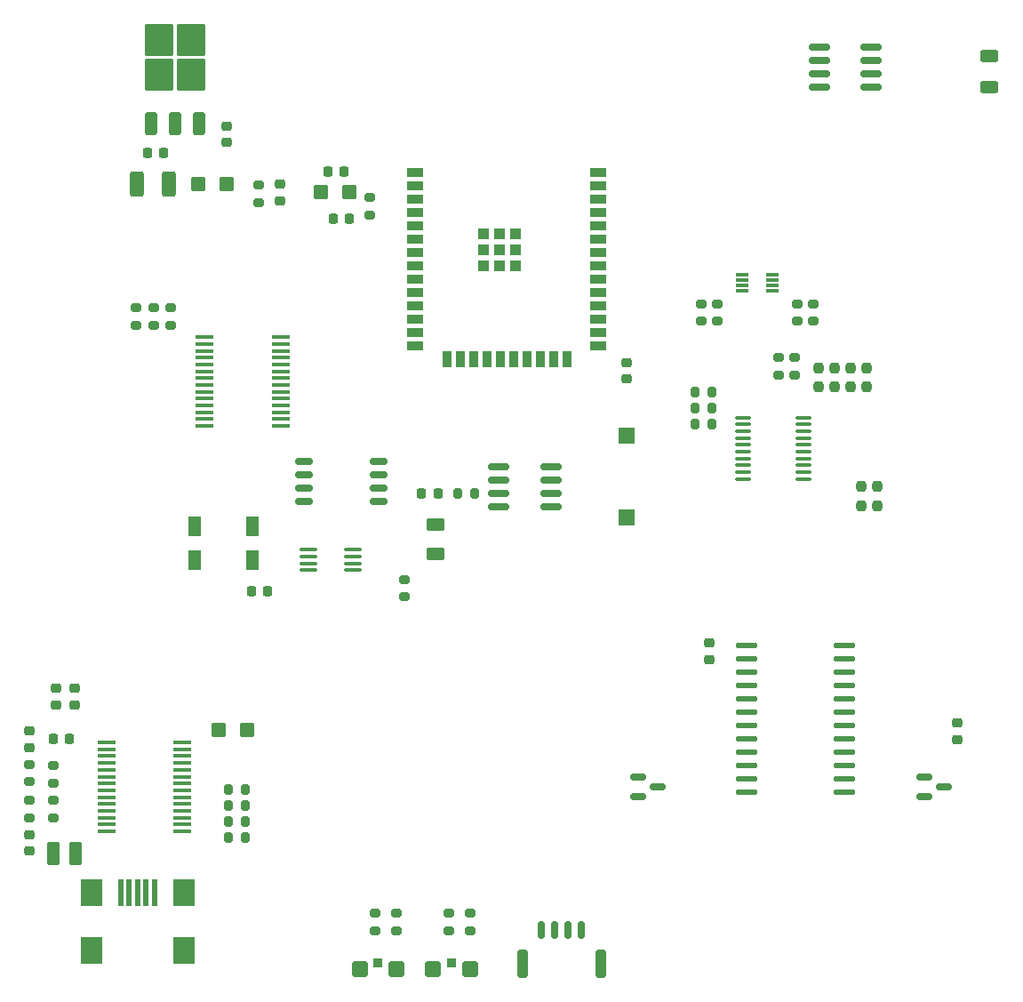
<source format=gtp>
%TF.GenerationSoftware,KiCad,Pcbnew,9.0.5-9.0.5~ubuntu25.04.1*%
%TF.CreationDate,2025-10-12T20:46:25+02:00*%
%TF.ProjectId,CPU,4350552e-6b69-4636-9164-5f7063625858,rev?*%
%TF.SameCoordinates,Original*%
%TF.FileFunction,Paste,Top*%
%TF.FilePolarity,Positive*%
%FSLAX46Y46*%
G04 Gerber Fmt 4.6, Leading zero omitted, Abs format (unit mm)*
G04 Created by KiCad (PCBNEW 9.0.5-9.0.5~ubuntu25.04.1) date 2025-10-12 20:46:25*
%MOMM*%
%LPD*%
G01*
G04 APERTURE LIST*
G04 Aperture macros list*
%AMRoundRect*
0 Rectangle with rounded corners*
0 $1 Rounding radius*
0 $2 $3 $4 $5 $6 $7 $8 $9 X,Y pos of 4 corners*
0 Add a 4 corners polygon primitive as box body*
4,1,4,$2,$3,$4,$5,$6,$7,$8,$9,$2,$3,0*
0 Add four circle primitives for the rounded corners*
1,1,$1+$1,$2,$3*
1,1,$1+$1,$4,$5*
1,1,$1+$1,$6,$7*
1,1,$1+$1,$8,$9*
0 Add four rect primitives between the rounded corners*
20,1,$1+$1,$2,$3,$4,$5,0*
20,1,$1+$1,$4,$5,$6,$7,0*
20,1,$1+$1,$6,$7,$8,$9,0*
20,1,$1+$1,$8,$9,$2,$3,0*%
G04 Aperture macros list end*
%ADD10RoundRect,0.225000X0.250000X-0.225000X0.250000X0.225000X-0.250000X0.225000X-0.250000X-0.225000X0*%
%ADD11R,1.300000X1.900000*%
%ADD12RoundRect,0.200000X0.275000X-0.200000X0.275000X0.200000X-0.275000X0.200000X-0.275000X-0.200000X0*%
%ADD13RoundRect,0.250000X0.457500X0.445000X-0.457500X0.445000X-0.457500X-0.445000X0.457500X-0.445000X0*%
%ADD14RoundRect,0.250000X0.500000X0.500000X-0.500000X0.500000X-0.500000X-0.500000X0.500000X-0.500000X0*%
%ADD15RoundRect,0.225000X0.225000X0.225000X-0.225000X0.225000X-0.225000X-0.225000X0.225000X-0.225000X0*%
%ADD16RoundRect,0.250000X0.625000X-0.375000X0.625000X0.375000X-0.625000X0.375000X-0.625000X-0.375000X0*%
%ADD17RoundRect,0.100000X-0.637500X-0.100000X0.637500X-0.100000X0.637500X0.100000X-0.637500X0.100000X0*%
%ADD18RoundRect,0.225000X-0.250000X0.225000X-0.250000X-0.225000X0.250000X-0.225000X0.250000X0.225000X0*%
%ADD19R,1.500000X0.900000*%
%ADD20R,0.900000X1.500000*%
%ADD21R,1.050000X1.050000*%
%ADD22RoundRect,0.218750X0.218750X0.256250X-0.218750X0.256250X-0.218750X-0.256250X0.218750X-0.256250X0*%
%ADD23RoundRect,0.237500X0.237500X-0.250000X0.237500X0.250000X-0.237500X0.250000X-0.237500X-0.250000X0*%
%ADD24RoundRect,0.200000X-0.200000X-0.275000X0.200000X-0.275000X0.200000X0.275000X-0.200000X0.275000X0*%
%ADD25RoundRect,0.250000X1.125000X-1.275000X1.125000X1.275000X-1.125000X1.275000X-1.125000X-1.275000X0*%
%ADD26RoundRect,0.250000X0.350000X-0.850000X0.350000X0.850000X-0.350000X0.850000X-0.350000X-0.850000X0*%
%ADD27RoundRect,0.200000X0.200000X0.275000X-0.200000X0.275000X-0.200000X-0.275000X0.200000X-0.275000X0*%
%ADD28RoundRect,0.250000X0.625000X-0.312500X0.625000X0.312500X-0.625000X0.312500X-0.625000X-0.312500X0*%
%ADD29RoundRect,0.218750X0.256250X-0.218750X0.256250X0.218750X-0.256250X0.218750X-0.256250X-0.218750X0*%
%ADD30RoundRect,0.237500X-0.237500X0.250000X-0.237500X-0.250000X0.237500X-0.250000X0.237500X0.250000X0*%
%ADD31RoundRect,0.150000X-0.825000X-0.150000X0.825000X-0.150000X0.825000X0.150000X-0.825000X0.150000X0*%
%ADD32RoundRect,0.162500X-0.650000X-0.162500X0.650000X-0.162500X0.650000X0.162500X-0.650000X0.162500X0*%
%ADD33RoundRect,0.225000X0.225000X0.250000X-0.225000X0.250000X-0.225000X-0.250000X0.225000X-0.250000X0*%
%ADD34RoundRect,0.100000X-0.712500X-0.100000X0.712500X-0.100000X0.712500X0.100000X-0.712500X0.100000X0*%
%ADD35RoundRect,0.225000X-0.225000X-0.250000X0.225000X-0.250000X0.225000X0.250000X-0.225000X0.250000X0*%
%ADD36RoundRect,0.137500X-0.862500X-0.137500X0.862500X-0.137500X0.862500X0.137500X-0.862500X0.137500X0*%
%ADD37RoundRect,0.218750X-0.256250X0.218750X-0.256250X-0.218750X0.256250X-0.218750X0.256250X0.218750X0*%
%ADD38RoundRect,0.150000X-0.587500X-0.150000X0.587500X-0.150000X0.587500X0.150000X-0.587500X0.150000X0*%
%ADD39RoundRect,0.200000X-0.275000X0.200000X-0.275000X-0.200000X0.275000X-0.200000X0.275000X0.200000X0*%
%ADD40R,1.500000X1.500000*%
%ADD41R,0.500000X2.500000*%
%ADD42R,2.000000X2.500000*%
%ADD43RoundRect,0.250000X0.375000X0.850000X-0.375000X0.850000X-0.375000X-0.850000X0.375000X-0.850000X0*%
%ADD44RoundRect,0.250000X0.420000X0.945000X-0.420000X0.945000X-0.420000X-0.945000X0.420000X-0.945000X0*%
%ADD45R,1.750000X0.450000*%
%ADD46RoundRect,0.250000X-0.457500X-0.445000X0.457500X-0.445000X0.457500X0.445000X-0.457500X0.445000X0*%
%ADD47RoundRect,0.150000X-0.150000X-0.700000X0.150000X-0.700000X0.150000X0.700000X-0.150000X0.700000X0*%
%ADD48RoundRect,0.250000X-0.250000X-1.100000X0.250000X-1.100000X0.250000X1.100000X-0.250000X1.100000X0*%
%ADD49RoundRect,0.087500X-0.537500X-0.087500X0.537500X-0.087500X0.537500X0.087500X-0.537500X0.087500X0*%
G04 APERTURE END LIST*
D10*
%TO.C,C601*%
X217678000Y-131090000D03*
X217678000Y-129540000D03*
%TD*%
D11*
%TO.C,Y201*%
X150500000Y-110800000D03*
X145000000Y-110800000D03*
X145000000Y-114000000D03*
X150500000Y-114000000D03*
%TD*%
D12*
%TO.C,R203*%
X193294000Y-91249000D03*
X193294000Y-89599000D03*
%TD*%
%TO.C,R409*%
X129286000Y-135128000D03*
X129286000Y-133478000D03*
%TD*%
%TO.C,R219*%
X202184000Y-96392000D03*
X202184000Y-94742000D03*
%TD*%
D13*
%TO.C,C402*%
X159750000Y-79000000D03*
X157045000Y-79000000D03*
%TD*%
D10*
%TO.C,C602*%
X194056000Y-123470000D03*
X194056000Y-121920000D03*
%TD*%
D14*
%TO.C,D404*%
X171250000Y-153000000D03*
X167750000Y-153000000D03*
D15*
X169500000Y-152350000D03*
%TD*%
D16*
%TO.C,D201*%
X168000000Y-113400000D03*
X168000000Y-110600000D03*
%TD*%
D17*
%TO.C,U204*%
X197289500Y-100453000D03*
X197289500Y-101103000D03*
X197289500Y-101753000D03*
X197289500Y-102403000D03*
X197289500Y-103053000D03*
X197289500Y-103703000D03*
X197289500Y-104353000D03*
X197289500Y-105003000D03*
X197289500Y-105653000D03*
X197289500Y-106303000D03*
X203014500Y-106303000D03*
X203014500Y-105653000D03*
X203014500Y-105003000D03*
X203014500Y-104353000D03*
X203014500Y-103703000D03*
X203014500Y-103053000D03*
X203014500Y-102403000D03*
X203014500Y-101753000D03*
X203014500Y-101103000D03*
X203014500Y-100453000D03*
%TD*%
D18*
%TO.C,C302*%
X148082000Y-72682000D03*
X148082000Y-74232000D03*
%TD*%
D12*
%TO.C,R220*%
X200660000Y-96392000D03*
X200660000Y-94742000D03*
%TD*%
%TO.C,R401*%
X161750000Y-81150000D03*
X161750000Y-79500000D03*
%TD*%
D19*
%TO.C,U401*%
X166000000Y-77150000D03*
X166000000Y-78420000D03*
X166000000Y-79690000D03*
X166000000Y-80960000D03*
X166000000Y-82230000D03*
X166000000Y-83500000D03*
X166000000Y-84770000D03*
X166000000Y-86040000D03*
X166000000Y-87310000D03*
X166000000Y-88580000D03*
X166000000Y-89850000D03*
X166000000Y-91120000D03*
X166000000Y-92390000D03*
X166000000Y-93660000D03*
D20*
X169040000Y-94910000D03*
X170310000Y-94910000D03*
X171580000Y-94910000D03*
X172850000Y-94910000D03*
X174120000Y-94910000D03*
X175390000Y-94910000D03*
X176660000Y-94910000D03*
X177930000Y-94910000D03*
X179200000Y-94910000D03*
X180470000Y-94910000D03*
D19*
X183500000Y-93660000D03*
X183500000Y-92390000D03*
X183500000Y-91120000D03*
X183500000Y-89850000D03*
X183500000Y-88580000D03*
X183500000Y-87310000D03*
X183500000Y-86040000D03*
X183500000Y-84770000D03*
X183500000Y-83500000D03*
X183500000Y-82230000D03*
X183500000Y-80960000D03*
X183500000Y-79690000D03*
X183500000Y-78420000D03*
X183500000Y-77150000D03*
D21*
X172545000Y-82965000D03*
X172545000Y-84490000D03*
X172545000Y-86015000D03*
X174070000Y-82965000D03*
X174070000Y-84490000D03*
X174070000Y-86015000D03*
X175595000Y-82965000D03*
X175595000Y-84490000D03*
X175595000Y-86015000D03*
%TD*%
D22*
%TO.C,D202*%
X168199000Y-107696000D03*
X166624000Y-107696000D03*
%TD*%
D23*
%TO.C,R217*%
X210058000Y-108862500D03*
X210058000Y-107037500D03*
%TD*%
D12*
%TO.C,R411*%
X162250000Y-149325000D03*
X162250000Y-147675000D03*
%TD*%
D24*
%TO.C,R204*%
X170054000Y-107696000D03*
X171704000Y-107696000D03*
%TD*%
D25*
%TO.C,U301*%
X141629500Y-67807000D03*
X144679500Y-67807000D03*
X141629500Y-64457000D03*
X144679500Y-64457000D03*
D26*
X140874500Y-72432000D03*
X143154500Y-72432000D03*
X145434500Y-72432000D03*
%TD*%
D12*
%TO.C,R301*%
X151162000Y-79957000D03*
X151162000Y-78307000D03*
%TD*%
D27*
%TO.C,R214*%
X194310000Y-98044000D03*
X192660000Y-98044000D03*
%TD*%
D24*
%TO.C,R406*%
X148210000Y-135890000D03*
X149860000Y-135890000D03*
%TD*%
D28*
%TO.C,R410*%
X220726000Y-68965000D03*
X220726000Y-66040000D03*
%TD*%
D14*
%TO.C,D403*%
X164250000Y-153000000D03*
X160750000Y-153000000D03*
D15*
X162500000Y-152350000D03*
%TD*%
D29*
%TO.C,D402*%
X129286000Y-131877000D03*
X129286000Y-130302000D03*
%TD*%
D30*
%TO.C,R209*%
X205994000Y-95711000D03*
X205994000Y-97536000D03*
%TD*%
D31*
%TO.C,U201*%
X174025000Y-105095000D03*
X174025000Y-106365000D03*
X174025000Y-107635000D03*
X174025000Y-108905000D03*
X178975000Y-108905000D03*
X178975000Y-107635000D03*
X178975000Y-106365000D03*
X178975000Y-105095000D03*
%TD*%
D32*
%TO.C,U207*%
X155412500Y-104595000D03*
X155412500Y-105865000D03*
X155412500Y-107135000D03*
X155412500Y-108405000D03*
X162587500Y-108405000D03*
X162587500Y-107135000D03*
X162587500Y-105865000D03*
X162587500Y-104595000D03*
%TD*%
D27*
%TO.C,R218*%
X194310000Y-101092000D03*
X192660000Y-101092000D03*
%TD*%
D24*
%TO.C,R404*%
X148210000Y-137414000D03*
X149860000Y-137414000D03*
%TD*%
D27*
%TO.C,R216*%
X194310000Y-99568000D03*
X192660000Y-99568000D03*
%TD*%
D12*
%TO.C,R413*%
X169250000Y-149325000D03*
X169250000Y-147675000D03*
%TD*%
D30*
%TO.C,R211*%
X207518000Y-95711000D03*
X207518000Y-97536000D03*
%TD*%
D12*
%TO.C,R412*%
X164250000Y-149325000D03*
X164250000Y-147675000D03*
%TD*%
D10*
%TO.C,C405*%
X133604000Y-127788000D03*
X133604000Y-126238000D03*
%TD*%
D18*
%TO.C,C404*%
X186182000Y-95237000D03*
X186182000Y-96787000D03*
%TD*%
D33*
%TO.C,C401*%
X159750000Y-81500000D03*
X158200000Y-81500000D03*
%TD*%
D34*
%TO.C,U203*%
X155887500Y-113025000D03*
X155887500Y-113675000D03*
X155887500Y-114325000D03*
X155887500Y-114975000D03*
X160112500Y-114975000D03*
X160112500Y-114325000D03*
X160112500Y-113675000D03*
X160112500Y-113025000D03*
%TD*%
D35*
%TO.C,C203*%
X150450000Y-117000000D03*
X152000000Y-117000000D03*
%TD*%
D36*
%TO.C,U601*%
X197627500Y-122174000D03*
X197627500Y-123444000D03*
X197627500Y-124714000D03*
X197627500Y-125984000D03*
X197627500Y-127254000D03*
X197627500Y-128524000D03*
X197627500Y-129794000D03*
X197627500Y-131064000D03*
X197627500Y-132334000D03*
X197627500Y-133604000D03*
X197627500Y-134874000D03*
X197627500Y-136144000D03*
X206927500Y-136144000D03*
X206927500Y-134874000D03*
X206927500Y-133604000D03*
X206927500Y-132334000D03*
X206927500Y-131064000D03*
X206927500Y-129794000D03*
X206927500Y-128524000D03*
X206927500Y-127254000D03*
X206927500Y-125984000D03*
X206927500Y-124714000D03*
X206927500Y-123444000D03*
X206927500Y-122174000D03*
%TD*%
D37*
%TO.C,D401*%
X129286000Y-140157000D03*
X129286000Y-141732000D03*
%TD*%
D38*
%TO.C,Q602*%
X187276500Y-134686000D03*
X187276500Y-136586000D03*
X189151500Y-135636000D03*
%TD*%
%TO.C,Q601*%
X214533000Y-134686000D03*
X214533000Y-136586000D03*
X216408000Y-135636000D03*
%TD*%
D12*
%TO.C,R206*%
X202438000Y-91249000D03*
X202438000Y-89599000D03*
%TD*%
D33*
%TO.C,C403*%
X159250000Y-77000000D03*
X157700000Y-77000000D03*
%TD*%
D39*
%TO.C,R201*%
X165000000Y-115850000D03*
X165000000Y-117500000D03*
%TD*%
D40*
%TO.C,SW101*%
X186182000Y-109982000D03*
X186182000Y-102182000D03*
%TD*%
D29*
%TO.C,D301*%
X153162000Y-79807000D03*
X153162000Y-78232000D03*
%TD*%
D41*
%TO.C,J101*%
X138000000Y-145727000D03*
X138800000Y-145727000D03*
X139600000Y-145727000D03*
X140400000Y-145727000D03*
X141200000Y-145727000D03*
D42*
X135200000Y-145727000D03*
X135200000Y-151227000D03*
X144000000Y-145727000D03*
X144000000Y-151227000D03*
%TD*%
D43*
%TO.C,L401*%
X133722000Y-141986000D03*
X131572000Y-141986000D03*
%TD*%
D44*
%TO.C,C304*%
X142582000Y-78232000D03*
X139502000Y-78232000D03*
%TD*%
D12*
%TO.C,R210*%
X141097000Y-91630000D03*
X141097000Y-89980000D03*
%TD*%
D23*
%TO.C,R215*%
X208534000Y-108862500D03*
X208534000Y-107037500D03*
%TD*%
D24*
%TO.C,R405*%
X148210000Y-138938000D03*
X149860000Y-138938000D03*
%TD*%
D45*
%TO.C,U402*%
X143852000Y-139842000D03*
X143852000Y-139192000D03*
X143852000Y-138542000D03*
X143852000Y-137892000D03*
X143852000Y-137242000D03*
X143852000Y-136592000D03*
X143852000Y-135942000D03*
X143852000Y-135292000D03*
X143852000Y-134642000D03*
X143852000Y-133992000D03*
X143852000Y-133342000D03*
X143852000Y-132692000D03*
X143852000Y-132042000D03*
X143852000Y-131392000D03*
X136652000Y-131392000D03*
X136652000Y-132042000D03*
X136652000Y-132692000D03*
X136652000Y-133342000D03*
X136652000Y-133992000D03*
X136652000Y-134642000D03*
X136652000Y-135292000D03*
X136652000Y-135942000D03*
X136652000Y-136592000D03*
X136652000Y-137242000D03*
X136652000Y-137892000D03*
X136652000Y-138542000D03*
X136652000Y-139192000D03*
X136652000Y-139842000D03*
%TD*%
D12*
%TO.C,R212*%
X142748000Y-91630000D03*
X142748000Y-89980000D03*
%TD*%
D46*
%TO.C,C301*%
X145377000Y-78232000D03*
X148082000Y-78232000D03*
%TD*%
D30*
%TO.C,R208*%
X204470000Y-95711000D03*
X204470000Y-97536000D03*
%TD*%
D45*
%TO.C,U205*%
X153206000Y-101253000D03*
X153206000Y-100603000D03*
X153206000Y-99953000D03*
X153206000Y-99303000D03*
X153206000Y-98653000D03*
X153206000Y-98003000D03*
X153206000Y-97353000D03*
X153206000Y-96703000D03*
X153206000Y-96053000D03*
X153206000Y-95403000D03*
X153206000Y-94753000D03*
X153206000Y-94103000D03*
X153206000Y-93453000D03*
X153206000Y-92803000D03*
X146006000Y-92803000D03*
X146006000Y-93453000D03*
X146006000Y-94103000D03*
X146006000Y-94753000D03*
X146006000Y-95403000D03*
X146006000Y-96053000D03*
X146006000Y-96703000D03*
X146006000Y-97353000D03*
X146006000Y-98003000D03*
X146006000Y-98653000D03*
X146006000Y-99303000D03*
X146006000Y-99953000D03*
X146006000Y-100603000D03*
X146006000Y-101253000D03*
%TD*%
D31*
%TO.C,U403*%
X204535000Y-65151000D03*
X204535000Y-66421000D03*
X204535000Y-67691000D03*
X204535000Y-68961000D03*
X209485000Y-68961000D03*
X209485000Y-67691000D03*
X209485000Y-66421000D03*
X209485000Y-65151000D03*
%TD*%
D35*
%TO.C,C408*%
X131546000Y-131064000D03*
X133096000Y-131064000D03*
%TD*%
D47*
%TO.C,J102*%
X178084000Y-149280000D03*
X179334000Y-149280000D03*
X180584000Y-149280000D03*
X181834000Y-149280000D03*
D48*
X176234000Y-152480000D03*
X183684000Y-152480000D03*
%TD*%
D49*
%TO.C,U202*%
X197228000Y-86880000D03*
X197228000Y-87380000D03*
X197228000Y-87880000D03*
X197228000Y-88380000D03*
X200028000Y-88380000D03*
X200028000Y-87880000D03*
X200028000Y-87380000D03*
X200028000Y-86880000D03*
%TD*%
D12*
%TO.C,R207*%
X139446000Y-91630000D03*
X139446000Y-89980000D03*
%TD*%
D10*
%TO.C,C406*%
X131826000Y-127788000D03*
X131826000Y-126238000D03*
%TD*%
D46*
%TO.C,C407*%
X147282000Y-130175000D03*
X149987000Y-130175000D03*
%TD*%
D12*
%TO.C,R414*%
X171250000Y-149325000D03*
X171250000Y-147675000D03*
%TD*%
D39*
%TO.C,R408*%
X129286000Y-136906000D03*
X129286000Y-138556000D03*
%TD*%
D30*
%TO.C,R213*%
X209042000Y-95711000D03*
X209042000Y-97536000D03*
%TD*%
D12*
%TO.C,R202*%
X194818000Y-91249000D03*
X194818000Y-89599000D03*
%TD*%
%TO.C,R403*%
X131572000Y-138556000D03*
X131572000Y-136906000D03*
%TD*%
%TO.C,R402*%
X131572000Y-135254000D03*
X131572000Y-133604000D03*
%TD*%
%TO.C,R205*%
X203962000Y-91249000D03*
X203962000Y-89599000D03*
%TD*%
D33*
%TO.C,C303*%
X142082000Y-75232000D03*
X140532000Y-75232000D03*
%TD*%
D24*
%TO.C,R407*%
X148210000Y-140444000D03*
X149860000Y-140444000D03*
%TD*%
M02*

</source>
